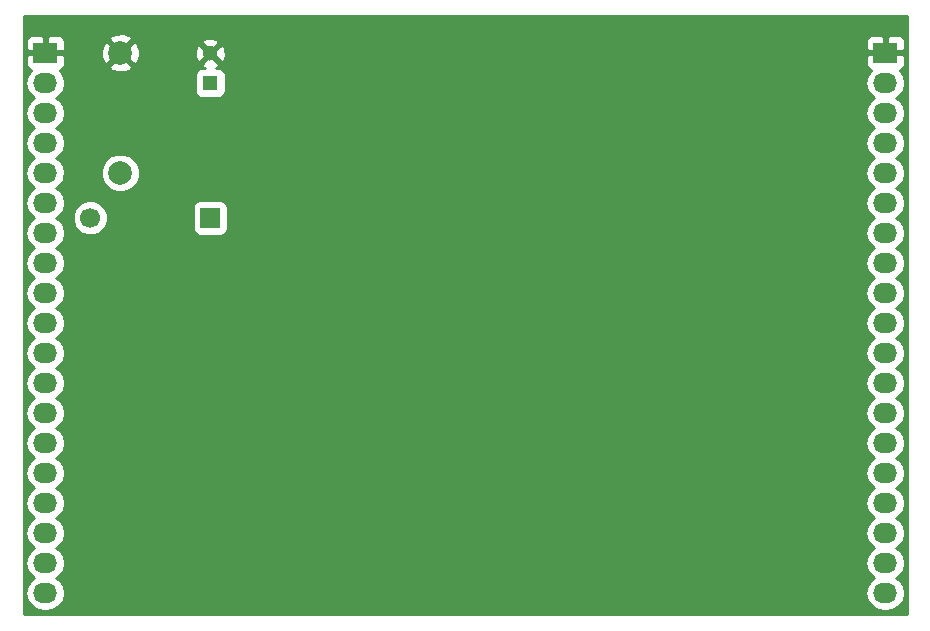
<source format=gbr>
G04 #@! TF.FileFunction,Copper,L2,Bot,Signal*
%FSLAX46Y46*%
G04 Gerber Fmt 4.6, Leading zero omitted, Abs format (unit mm)*
G04 Created by KiCad (PCBNEW 4.0.3+e1-6302~38~ubuntu16.04.1-stable) date Thu Aug 25 17:11:27 2016*
%MOMM*%
%LPD*%
G01*
G04 APERTURE LIST*
%ADD10C,0.100000*%
%ADD11R,1.300000X1.300000*%
%ADD12C,1.300000*%
%ADD13C,1.998980*%
%ADD14C,1.699260*%
%ADD15R,1.699260X1.699260*%
%ADD16R,2.032000X1.727200*%
%ADD17O,2.032000X1.727200*%
%ADD18C,0.254000*%
G04 APERTURE END LIST*
D10*
D11*
X144780000Y-107950000D03*
D12*
X144780000Y-105450000D03*
D13*
X137160000Y-115570000D03*
X137160000Y-105410000D03*
D14*
X134619480Y-119382540D03*
D15*
X144779480Y-119382540D03*
D16*
X130810000Y-105410000D03*
D17*
X130810000Y-107950000D03*
X130810000Y-110490000D03*
X130810000Y-113030000D03*
X130810000Y-115570000D03*
X130810000Y-118110000D03*
X130810000Y-120650000D03*
X130810000Y-123190000D03*
X130810000Y-125730000D03*
X130810000Y-128270000D03*
X130810000Y-130810000D03*
X130810000Y-133350000D03*
X130810000Y-135890000D03*
X130810000Y-138430000D03*
X130810000Y-140970000D03*
X130810000Y-143510000D03*
X130810000Y-146050000D03*
X130810000Y-148590000D03*
X130810000Y-151130000D03*
D16*
X201930000Y-105410000D03*
D17*
X201930000Y-107950000D03*
X201930000Y-110490000D03*
X201930000Y-113030000D03*
X201930000Y-115570000D03*
X201930000Y-118110000D03*
X201930000Y-120650000D03*
X201930000Y-123190000D03*
X201930000Y-125730000D03*
X201930000Y-128270000D03*
X201930000Y-130810000D03*
X201930000Y-133350000D03*
X201930000Y-135890000D03*
X201930000Y-138430000D03*
X201930000Y-140970000D03*
X201930000Y-143510000D03*
X201930000Y-146050000D03*
X201930000Y-148590000D03*
X201930000Y-151130000D03*
D18*
G36*
X203760000Y-152960000D02*
X128980000Y-152960000D01*
X128980000Y-107950000D01*
X129126655Y-107950000D01*
X129240729Y-108523489D01*
X129565585Y-109009670D01*
X129880366Y-109220000D01*
X129565585Y-109430330D01*
X129240729Y-109916511D01*
X129126655Y-110490000D01*
X129240729Y-111063489D01*
X129565585Y-111549670D01*
X129880366Y-111760000D01*
X129565585Y-111970330D01*
X129240729Y-112456511D01*
X129126655Y-113030000D01*
X129240729Y-113603489D01*
X129565585Y-114089670D01*
X129880366Y-114300000D01*
X129565585Y-114510330D01*
X129240729Y-114996511D01*
X129126655Y-115570000D01*
X129240729Y-116143489D01*
X129565585Y-116629670D01*
X129880366Y-116840000D01*
X129565585Y-117050330D01*
X129240729Y-117536511D01*
X129126655Y-118110000D01*
X129240729Y-118683489D01*
X129565585Y-119169670D01*
X129880366Y-119380000D01*
X129565585Y-119590330D01*
X129240729Y-120076511D01*
X129126655Y-120650000D01*
X129240729Y-121223489D01*
X129565585Y-121709670D01*
X129880366Y-121920000D01*
X129565585Y-122130330D01*
X129240729Y-122616511D01*
X129126655Y-123190000D01*
X129240729Y-123763489D01*
X129565585Y-124249670D01*
X129880366Y-124460000D01*
X129565585Y-124670330D01*
X129240729Y-125156511D01*
X129126655Y-125730000D01*
X129240729Y-126303489D01*
X129565585Y-126789670D01*
X129880366Y-127000000D01*
X129565585Y-127210330D01*
X129240729Y-127696511D01*
X129126655Y-128270000D01*
X129240729Y-128843489D01*
X129565585Y-129329670D01*
X129880366Y-129540000D01*
X129565585Y-129750330D01*
X129240729Y-130236511D01*
X129126655Y-130810000D01*
X129240729Y-131383489D01*
X129565585Y-131869670D01*
X129880366Y-132080000D01*
X129565585Y-132290330D01*
X129240729Y-132776511D01*
X129126655Y-133350000D01*
X129240729Y-133923489D01*
X129565585Y-134409670D01*
X129880366Y-134620000D01*
X129565585Y-134830330D01*
X129240729Y-135316511D01*
X129126655Y-135890000D01*
X129240729Y-136463489D01*
X129565585Y-136949670D01*
X129880366Y-137160000D01*
X129565585Y-137370330D01*
X129240729Y-137856511D01*
X129126655Y-138430000D01*
X129240729Y-139003489D01*
X129565585Y-139489670D01*
X129880366Y-139700000D01*
X129565585Y-139910330D01*
X129240729Y-140396511D01*
X129126655Y-140970000D01*
X129240729Y-141543489D01*
X129565585Y-142029670D01*
X129880366Y-142240000D01*
X129565585Y-142450330D01*
X129240729Y-142936511D01*
X129126655Y-143510000D01*
X129240729Y-144083489D01*
X129565585Y-144569670D01*
X129880366Y-144780000D01*
X129565585Y-144990330D01*
X129240729Y-145476511D01*
X129126655Y-146050000D01*
X129240729Y-146623489D01*
X129565585Y-147109670D01*
X129880366Y-147320000D01*
X129565585Y-147530330D01*
X129240729Y-148016511D01*
X129126655Y-148590000D01*
X129240729Y-149163489D01*
X129565585Y-149649670D01*
X129880366Y-149860000D01*
X129565585Y-150070330D01*
X129240729Y-150556511D01*
X129126655Y-151130000D01*
X129240729Y-151703489D01*
X129565585Y-152189670D01*
X130051766Y-152514526D01*
X130625255Y-152628600D01*
X130994745Y-152628600D01*
X131568234Y-152514526D01*
X132054415Y-152189670D01*
X132379271Y-151703489D01*
X132493345Y-151130000D01*
X132379271Y-150556511D01*
X132054415Y-150070330D01*
X131739634Y-149860000D01*
X132054415Y-149649670D01*
X132379271Y-149163489D01*
X132493345Y-148590000D01*
X132379271Y-148016511D01*
X132054415Y-147530330D01*
X131739634Y-147320000D01*
X132054415Y-147109670D01*
X132379271Y-146623489D01*
X132493345Y-146050000D01*
X132379271Y-145476511D01*
X132054415Y-144990330D01*
X131739634Y-144780000D01*
X132054415Y-144569670D01*
X132379271Y-144083489D01*
X132493345Y-143510000D01*
X132379271Y-142936511D01*
X132054415Y-142450330D01*
X131739634Y-142240000D01*
X132054415Y-142029670D01*
X132379271Y-141543489D01*
X132493345Y-140970000D01*
X132379271Y-140396511D01*
X132054415Y-139910330D01*
X131739634Y-139700000D01*
X132054415Y-139489670D01*
X132379271Y-139003489D01*
X132493345Y-138430000D01*
X132379271Y-137856511D01*
X132054415Y-137370330D01*
X131739634Y-137160000D01*
X132054415Y-136949670D01*
X132379271Y-136463489D01*
X132493345Y-135890000D01*
X132379271Y-135316511D01*
X132054415Y-134830330D01*
X131739634Y-134620000D01*
X132054415Y-134409670D01*
X132379271Y-133923489D01*
X132493345Y-133350000D01*
X132379271Y-132776511D01*
X132054415Y-132290330D01*
X131739634Y-132080000D01*
X132054415Y-131869670D01*
X132379271Y-131383489D01*
X132493345Y-130810000D01*
X132379271Y-130236511D01*
X132054415Y-129750330D01*
X131739634Y-129540000D01*
X132054415Y-129329670D01*
X132379271Y-128843489D01*
X132493345Y-128270000D01*
X132379271Y-127696511D01*
X132054415Y-127210330D01*
X131739634Y-127000000D01*
X132054415Y-126789670D01*
X132379271Y-126303489D01*
X132493345Y-125730000D01*
X132379271Y-125156511D01*
X132054415Y-124670330D01*
X131739634Y-124460000D01*
X132054415Y-124249670D01*
X132379271Y-123763489D01*
X132493345Y-123190000D01*
X132379271Y-122616511D01*
X132054415Y-122130330D01*
X131739634Y-121920000D01*
X132054415Y-121709670D01*
X132379271Y-121223489D01*
X132493345Y-120650000D01*
X132379271Y-120076511D01*
X132112030Y-119676556D01*
X133134592Y-119676556D01*
X133360138Y-120222417D01*
X133777406Y-120640414D01*
X134322873Y-120866912D01*
X134913496Y-120867428D01*
X135459357Y-120641882D01*
X135877354Y-120224614D01*
X136103852Y-119679147D01*
X136104368Y-119088524D01*
X135878822Y-118542663D01*
X135869087Y-118532910D01*
X143282410Y-118532910D01*
X143282410Y-120232170D01*
X143326688Y-120467487D01*
X143465760Y-120683611D01*
X143677960Y-120828601D01*
X143929850Y-120879610D01*
X145629110Y-120879610D01*
X145864427Y-120835332D01*
X146080551Y-120696260D01*
X146225541Y-120484060D01*
X146276550Y-120232170D01*
X146276550Y-118532910D01*
X146232272Y-118297593D01*
X146093200Y-118081469D01*
X145881000Y-117936479D01*
X145629110Y-117885470D01*
X143929850Y-117885470D01*
X143694533Y-117929748D01*
X143478409Y-118068820D01*
X143333419Y-118281020D01*
X143282410Y-118532910D01*
X135869087Y-118532910D01*
X135461554Y-118124666D01*
X134916087Y-117898168D01*
X134325464Y-117897652D01*
X133779603Y-118123198D01*
X133361606Y-118540466D01*
X133135108Y-119085933D01*
X133134592Y-119676556D01*
X132112030Y-119676556D01*
X132054415Y-119590330D01*
X131739634Y-119380000D01*
X132054415Y-119169670D01*
X132379271Y-118683489D01*
X132493345Y-118110000D01*
X132379271Y-117536511D01*
X132054415Y-117050330D01*
X131739634Y-116840000D01*
X132054415Y-116629670D01*
X132379271Y-116143489D01*
X132428958Y-115893694D01*
X135525226Y-115893694D01*
X135773538Y-116494655D01*
X136232927Y-116954846D01*
X136833453Y-117204206D01*
X137483694Y-117204774D01*
X138084655Y-116956462D01*
X138544846Y-116497073D01*
X138794206Y-115896547D01*
X138794774Y-115246306D01*
X138546462Y-114645345D01*
X138087073Y-114185154D01*
X137486547Y-113935794D01*
X136836306Y-113935226D01*
X136235345Y-114183538D01*
X135775154Y-114642927D01*
X135525794Y-115243453D01*
X135525226Y-115893694D01*
X132428958Y-115893694D01*
X132493345Y-115570000D01*
X132379271Y-114996511D01*
X132054415Y-114510330D01*
X131739634Y-114300000D01*
X132054415Y-114089670D01*
X132379271Y-113603489D01*
X132493345Y-113030000D01*
X132379271Y-112456511D01*
X132054415Y-111970330D01*
X131739634Y-111760000D01*
X132054415Y-111549670D01*
X132379271Y-111063489D01*
X132493345Y-110490000D01*
X132379271Y-109916511D01*
X132054415Y-109430330D01*
X131739634Y-109220000D01*
X132054415Y-109009670D01*
X132379271Y-108523489D01*
X132493345Y-107950000D01*
X132379271Y-107376511D01*
X132328148Y-107300000D01*
X143482560Y-107300000D01*
X143482560Y-108600000D01*
X143526838Y-108835317D01*
X143665910Y-109051441D01*
X143878110Y-109196431D01*
X144130000Y-109247440D01*
X145430000Y-109247440D01*
X145665317Y-109203162D01*
X145881441Y-109064090D01*
X146026431Y-108851890D01*
X146077440Y-108600000D01*
X146077440Y-107950000D01*
X200246655Y-107950000D01*
X200360729Y-108523489D01*
X200685585Y-109009670D01*
X201000366Y-109220000D01*
X200685585Y-109430330D01*
X200360729Y-109916511D01*
X200246655Y-110490000D01*
X200360729Y-111063489D01*
X200685585Y-111549670D01*
X201000366Y-111760000D01*
X200685585Y-111970330D01*
X200360729Y-112456511D01*
X200246655Y-113030000D01*
X200360729Y-113603489D01*
X200685585Y-114089670D01*
X201000366Y-114300000D01*
X200685585Y-114510330D01*
X200360729Y-114996511D01*
X200246655Y-115570000D01*
X200360729Y-116143489D01*
X200685585Y-116629670D01*
X201000366Y-116840000D01*
X200685585Y-117050330D01*
X200360729Y-117536511D01*
X200246655Y-118110000D01*
X200360729Y-118683489D01*
X200685585Y-119169670D01*
X201000366Y-119380000D01*
X200685585Y-119590330D01*
X200360729Y-120076511D01*
X200246655Y-120650000D01*
X200360729Y-121223489D01*
X200685585Y-121709670D01*
X201000366Y-121920000D01*
X200685585Y-122130330D01*
X200360729Y-122616511D01*
X200246655Y-123190000D01*
X200360729Y-123763489D01*
X200685585Y-124249670D01*
X201000366Y-124460000D01*
X200685585Y-124670330D01*
X200360729Y-125156511D01*
X200246655Y-125730000D01*
X200360729Y-126303489D01*
X200685585Y-126789670D01*
X201000366Y-127000000D01*
X200685585Y-127210330D01*
X200360729Y-127696511D01*
X200246655Y-128270000D01*
X200360729Y-128843489D01*
X200685585Y-129329670D01*
X201000366Y-129540000D01*
X200685585Y-129750330D01*
X200360729Y-130236511D01*
X200246655Y-130810000D01*
X200360729Y-131383489D01*
X200685585Y-131869670D01*
X201000366Y-132080000D01*
X200685585Y-132290330D01*
X200360729Y-132776511D01*
X200246655Y-133350000D01*
X200360729Y-133923489D01*
X200685585Y-134409670D01*
X201000366Y-134620000D01*
X200685585Y-134830330D01*
X200360729Y-135316511D01*
X200246655Y-135890000D01*
X200360729Y-136463489D01*
X200685585Y-136949670D01*
X201000366Y-137160000D01*
X200685585Y-137370330D01*
X200360729Y-137856511D01*
X200246655Y-138430000D01*
X200360729Y-139003489D01*
X200685585Y-139489670D01*
X201000366Y-139700000D01*
X200685585Y-139910330D01*
X200360729Y-140396511D01*
X200246655Y-140970000D01*
X200360729Y-141543489D01*
X200685585Y-142029670D01*
X201000366Y-142240000D01*
X200685585Y-142450330D01*
X200360729Y-142936511D01*
X200246655Y-143510000D01*
X200360729Y-144083489D01*
X200685585Y-144569670D01*
X201000366Y-144780000D01*
X200685585Y-144990330D01*
X200360729Y-145476511D01*
X200246655Y-146050000D01*
X200360729Y-146623489D01*
X200685585Y-147109670D01*
X201000366Y-147320000D01*
X200685585Y-147530330D01*
X200360729Y-148016511D01*
X200246655Y-148590000D01*
X200360729Y-149163489D01*
X200685585Y-149649670D01*
X201000366Y-149860000D01*
X200685585Y-150070330D01*
X200360729Y-150556511D01*
X200246655Y-151130000D01*
X200360729Y-151703489D01*
X200685585Y-152189670D01*
X201171766Y-152514526D01*
X201745255Y-152628600D01*
X202114745Y-152628600D01*
X202688234Y-152514526D01*
X203174415Y-152189670D01*
X203499271Y-151703489D01*
X203613345Y-151130000D01*
X203499271Y-150556511D01*
X203174415Y-150070330D01*
X202859634Y-149860000D01*
X203174415Y-149649670D01*
X203499271Y-149163489D01*
X203613345Y-148590000D01*
X203499271Y-148016511D01*
X203174415Y-147530330D01*
X202859634Y-147320000D01*
X203174415Y-147109670D01*
X203499271Y-146623489D01*
X203613345Y-146050000D01*
X203499271Y-145476511D01*
X203174415Y-144990330D01*
X202859634Y-144780000D01*
X203174415Y-144569670D01*
X203499271Y-144083489D01*
X203613345Y-143510000D01*
X203499271Y-142936511D01*
X203174415Y-142450330D01*
X202859634Y-142240000D01*
X203174415Y-142029670D01*
X203499271Y-141543489D01*
X203613345Y-140970000D01*
X203499271Y-140396511D01*
X203174415Y-139910330D01*
X202859634Y-139700000D01*
X203174415Y-139489670D01*
X203499271Y-139003489D01*
X203613345Y-138430000D01*
X203499271Y-137856511D01*
X203174415Y-137370330D01*
X202859634Y-137160000D01*
X203174415Y-136949670D01*
X203499271Y-136463489D01*
X203613345Y-135890000D01*
X203499271Y-135316511D01*
X203174415Y-134830330D01*
X202859634Y-134620000D01*
X203174415Y-134409670D01*
X203499271Y-133923489D01*
X203613345Y-133350000D01*
X203499271Y-132776511D01*
X203174415Y-132290330D01*
X202859634Y-132080000D01*
X203174415Y-131869670D01*
X203499271Y-131383489D01*
X203613345Y-130810000D01*
X203499271Y-130236511D01*
X203174415Y-129750330D01*
X202859634Y-129540000D01*
X203174415Y-129329670D01*
X203499271Y-128843489D01*
X203613345Y-128270000D01*
X203499271Y-127696511D01*
X203174415Y-127210330D01*
X202859634Y-127000000D01*
X203174415Y-126789670D01*
X203499271Y-126303489D01*
X203613345Y-125730000D01*
X203499271Y-125156511D01*
X203174415Y-124670330D01*
X202859634Y-124460000D01*
X203174415Y-124249670D01*
X203499271Y-123763489D01*
X203613345Y-123190000D01*
X203499271Y-122616511D01*
X203174415Y-122130330D01*
X202859634Y-121920000D01*
X203174415Y-121709670D01*
X203499271Y-121223489D01*
X203613345Y-120650000D01*
X203499271Y-120076511D01*
X203174415Y-119590330D01*
X202859634Y-119380000D01*
X203174415Y-119169670D01*
X203499271Y-118683489D01*
X203613345Y-118110000D01*
X203499271Y-117536511D01*
X203174415Y-117050330D01*
X202859634Y-116840000D01*
X203174415Y-116629670D01*
X203499271Y-116143489D01*
X203613345Y-115570000D01*
X203499271Y-114996511D01*
X203174415Y-114510330D01*
X202859634Y-114300000D01*
X203174415Y-114089670D01*
X203499271Y-113603489D01*
X203613345Y-113030000D01*
X203499271Y-112456511D01*
X203174415Y-111970330D01*
X202859634Y-111760000D01*
X203174415Y-111549670D01*
X203499271Y-111063489D01*
X203613345Y-110490000D01*
X203499271Y-109916511D01*
X203174415Y-109430330D01*
X202859634Y-109220000D01*
X203174415Y-109009670D01*
X203499271Y-108523489D01*
X203613345Y-107950000D01*
X203499271Y-107376511D01*
X203174415Y-106890330D01*
X203152220Y-106875500D01*
X203305699Y-106811927D01*
X203484327Y-106633298D01*
X203581000Y-106399909D01*
X203581000Y-105695750D01*
X203422250Y-105537000D01*
X202057000Y-105537000D01*
X202057000Y-105557000D01*
X201803000Y-105557000D01*
X201803000Y-105537000D01*
X200437750Y-105537000D01*
X200279000Y-105695750D01*
X200279000Y-106399909D01*
X200375673Y-106633298D01*
X200554301Y-106811927D01*
X200707780Y-106875500D01*
X200685585Y-106890330D01*
X200360729Y-107376511D01*
X200246655Y-107950000D01*
X146077440Y-107950000D01*
X146077440Y-107300000D01*
X146033162Y-107064683D01*
X145894090Y-106848559D01*
X145681890Y-106703569D01*
X145430000Y-106652560D01*
X145267615Y-106652560D01*
X145443729Y-106579611D01*
X145499410Y-106349016D01*
X144780000Y-105629605D01*
X144060590Y-106349016D01*
X144116271Y-106579611D01*
X144325902Y-106652560D01*
X144130000Y-106652560D01*
X143894683Y-106696838D01*
X143678559Y-106835910D01*
X143533569Y-107048110D01*
X143482560Y-107300000D01*
X132328148Y-107300000D01*
X132054415Y-106890330D01*
X132032220Y-106875500D01*
X132185699Y-106811927D01*
X132364327Y-106633298D01*
X132393792Y-106562163D01*
X136187443Y-106562163D01*
X136286042Y-106828965D01*
X136895582Y-107055401D01*
X137545377Y-107031341D01*
X138033958Y-106828965D01*
X138132557Y-106562163D01*
X137160000Y-105589605D01*
X136187443Y-106562163D01*
X132393792Y-106562163D01*
X132461000Y-106399909D01*
X132461000Y-105695750D01*
X132302250Y-105537000D01*
X130937000Y-105537000D01*
X130937000Y-105557000D01*
X130683000Y-105557000D01*
X130683000Y-105537000D01*
X129317750Y-105537000D01*
X129159000Y-105695750D01*
X129159000Y-106399909D01*
X129255673Y-106633298D01*
X129434301Y-106811927D01*
X129587780Y-106875500D01*
X129565585Y-106890330D01*
X129240729Y-107376511D01*
X129126655Y-107950000D01*
X128980000Y-107950000D01*
X128980000Y-104420091D01*
X129159000Y-104420091D01*
X129159000Y-105124250D01*
X129317750Y-105283000D01*
X130683000Y-105283000D01*
X130683000Y-104070150D01*
X130937000Y-104070150D01*
X130937000Y-105283000D01*
X132302250Y-105283000D01*
X132439668Y-105145582D01*
X135514599Y-105145582D01*
X135538659Y-105795377D01*
X135741035Y-106283958D01*
X136007837Y-106382557D01*
X136980395Y-105410000D01*
X137339605Y-105410000D01*
X138312163Y-106382557D01*
X138578965Y-106283958D01*
X138805401Y-105674418D01*
X138790393Y-105269078D01*
X143482378Y-105269078D01*
X143511917Y-105779428D01*
X143650389Y-106113729D01*
X143880984Y-106169410D01*
X144600395Y-105450000D01*
X144959605Y-105450000D01*
X145679016Y-106169410D01*
X145909611Y-106113729D01*
X146077622Y-105630922D01*
X146048083Y-105120572D01*
X145909611Y-104786271D01*
X145679016Y-104730590D01*
X144959605Y-105450000D01*
X144600395Y-105450000D01*
X143880984Y-104730590D01*
X143650389Y-104786271D01*
X143482378Y-105269078D01*
X138790393Y-105269078D01*
X138781341Y-105024623D01*
X138585155Y-104550984D01*
X144060590Y-104550984D01*
X144780000Y-105270395D01*
X145499410Y-104550984D01*
X145467804Y-104420091D01*
X200279000Y-104420091D01*
X200279000Y-105124250D01*
X200437750Y-105283000D01*
X201803000Y-105283000D01*
X201803000Y-104070150D01*
X202057000Y-104070150D01*
X202057000Y-105283000D01*
X203422250Y-105283000D01*
X203581000Y-105124250D01*
X203581000Y-104420091D01*
X203484327Y-104186702D01*
X203305699Y-104008073D01*
X203072310Y-103911400D01*
X202215750Y-103911400D01*
X202057000Y-104070150D01*
X201803000Y-104070150D01*
X201644250Y-103911400D01*
X200787690Y-103911400D01*
X200554301Y-104008073D01*
X200375673Y-104186702D01*
X200279000Y-104420091D01*
X145467804Y-104420091D01*
X145443729Y-104320389D01*
X144960922Y-104152378D01*
X144450572Y-104181917D01*
X144116271Y-104320389D01*
X144060590Y-104550984D01*
X138585155Y-104550984D01*
X138578965Y-104536042D01*
X138312163Y-104437443D01*
X137339605Y-105410000D01*
X136980395Y-105410000D01*
X136007837Y-104437443D01*
X135741035Y-104536042D01*
X135514599Y-105145582D01*
X132439668Y-105145582D01*
X132461000Y-105124250D01*
X132461000Y-104420091D01*
X132393793Y-104257837D01*
X136187443Y-104257837D01*
X137160000Y-105230395D01*
X138132557Y-104257837D01*
X138033958Y-103991035D01*
X137424418Y-103764599D01*
X136774623Y-103788659D01*
X136286042Y-103991035D01*
X136187443Y-104257837D01*
X132393793Y-104257837D01*
X132364327Y-104186702D01*
X132185699Y-104008073D01*
X131952310Y-103911400D01*
X131095750Y-103911400D01*
X130937000Y-104070150D01*
X130683000Y-104070150D01*
X130524250Y-103911400D01*
X129667690Y-103911400D01*
X129434301Y-104008073D01*
X129255673Y-104186702D01*
X129159000Y-104420091D01*
X128980000Y-104420091D01*
X128980000Y-102310000D01*
X203760000Y-102310000D01*
X203760000Y-152960000D01*
X203760000Y-152960000D01*
G37*
X203760000Y-152960000D02*
X128980000Y-152960000D01*
X128980000Y-107950000D01*
X129126655Y-107950000D01*
X129240729Y-108523489D01*
X129565585Y-109009670D01*
X129880366Y-109220000D01*
X129565585Y-109430330D01*
X129240729Y-109916511D01*
X129126655Y-110490000D01*
X129240729Y-111063489D01*
X129565585Y-111549670D01*
X129880366Y-111760000D01*
X129565585Y-111970330D01*
X129240729Y-112456511D01*
X129126655Y-113030000D01*
X129240729Y-113603489D01*
X129565585Y-114089670D01*
X129880366Y-114300000D01*
X129565585Y-114510330D01*
X129240729Y-114996511D01*
X129126655Y-115570000D01*
X129240729Y-116143489D01*
X129565585Y-116629670D01*
X129880366Y-116840000D01*
X129565585Y-117050330D01*
X129240729Y-117536511D01*
X129126655Y-118110000D01*
X129240729Y-118683489D01*
X129565585Y-119169670D01*
X129880366Y-119380000D01*
X129565585Y-119590330D01*
X129240729Y-120076511D01*
X129126655Y-120650000D01*
X129240729Y-121223489D01*
X129565585Y-121709670D01*
X129880366Y-121920000D01*
X129565585Y-122130330D01*
X129240729Y-122616511D01*
X129126655Y-123190000D01*
X129240729Y-123763489D01*
X129565585Y-124249670D01*
X129880366Y-124460000D01*
X129565585Y-124670330D01*
X129240729Y-125156511D01*
X129126655Y-125730000D01*
X129240729Y-126303489D01*
X129565585Y-126789670D01*
X129880366Y-127000000D01*
X129565585Y-127210330D01*
X129240729Y-127696511D01*
X129126655Y-128270000D01*
X129240729Y-128843489D01*
X129565585Y-129329670D01*
X129880366Y-129540000D01*
X129565585Y-129750330D01*
X129240729Y-130236511D01*
X129126655Y-130810000D01*
X129240729Y-131383489D01*
X129565585Y-131869670D01*
X129880366Y-132080000D01*
X129565585Y-132290330D01*
X129240729Y-132776511D01*
X129126655Y-133350000D01*
X129240729Y-133923489D01*
X129565585Y-134409670D01*
X129880366Y-134620000D01*
X129565585Y-134830330D01*
X129240729Y-135316511D01*
X129126655Y-135890000D01*
X129240729Y-136463489D01*
X129565585Y-136949670D01*
X129880366Y-137160000D01*
X129565585Y-137370330D01*
X129240729Y-137856511D01*
X129126655Y-138430000D01*
X129240729Y-139003489D01*
X129565585Y-139489670D01*
X129880366Y-139700000D01*
X129565585Y-139910330D01*
X129240729Y-140396511D01*
X129126655Y-140970000D01*
X129240729Y-141543489D01*
X129565585Y-142029670D01*
X129880366Y-142240000D01*
X129565585Y-142450330D01*
X129240729Y-142936511D01*
X129126655Y-143510000D01*
X129240729Y-144083489D01*
X129565585Y-144569670D01*
X129880366Y-144780000D01*
X129565585Y-144990330D01*
X129240729Y-145476511D01*
X129126655Y-146050000D01*
X129240729Y-146623489D01*
X129565585Y-147109670D01*
X129880366Y-147320000D01*
X129565585Y-147530330D01*
X129240729Y-148016511D01*
X129126655Y-148590000D01*
X129240729Y-149163489D01*
X129565585Y-149649670D01*
X129880366Y-149860000D01*
X129565585Y-150070330D01*
X129240729Y-150556511D01*
X129126655Y-151130000D01*
X129240729Y-151703489D01*
X129565585Y-152189670D01*
X130051766Y-152514526D01*
X130625255Y-152628600D01*
X130994745Y-152628600D01*
X131568234Y-152514526D01*
X132054415Y-152189670D01*
X132379271Y-151703489D01*
X132493345Y-151130000D01*
X132379271Y-150556511D01*
X132054415Y-150070330D01*
X131739634Y-149860000D01*
X132054415Y-149649670D01*
X132379271Y-149163489D01*
X132493345Y-148590000D01*
X132379271Y-148016511D01*
X132054415Y-147530330D01*
X131739634Y-147320000D01*
X132054415Y-147109670D01*
X132379271Y-146623489D01*
X132493345Y-146050000D01*
X132379271Y-145476511D01*
X132054415Y-144990330D01*
X131739634Y-144780000D01*
X132054415Y-144569670D01*
X132379271Y-144083489D01*
X132493345Y-143510000D01*
X132379271Y-142936511D01*
X132054415Y-142450330D01*
X131739634Y-142240000D01*
X132054415Y-142029670D01*
X132379271Y-141543489D01*
X132493345Y-140970000D01*
X132379271Y-140396511D01*
X132054415Y-139910330D01*
X131739634Y-139700000D01*
X132054415Y-139489670D01*
X132379271Y-139003489D01*
X132493345Y-138430000D01*
X132379271Y-137856511D01*
X132054415Y-137370330D01*
X131739634Y-137160000D01*
X132054415Y-136949670D01*
X132379271Y-136463489D01*
X132493345Y-135890000D01*
X132379271Y-135316511D01*
X132054415Y-134830330D01*
X131739634Y-134620000D01*
X132054415Y-134409670D01*
X132379271Y-133923489D01*
X132493345Y-133350000D01*
X132379271Y-132776511D01*
X132054415Y-132290330D01*
X131739634Y-132080000D01*
X132054415Y-131869670D01*
X132379271Y-131383489D01*
X132493345Y-130810000D01*
X132379271Y-130236511D01*
X132054415Y-129750330D01*
X131739634Y-129540000D01*
X132054415Y-129329670D01*
X132379271Y-128843489D01*
X132493345Y-128270000D01*
X132379271Y-127696511D01*
X132054415Y-127210330D01*
X131739634Y-127000000D01*
X132054415Y-126789670D01*
X132379271Y-126303489D01*
X132493345Y-125730000D01*
X132379271Y-125156511D01*
X132054415Y-124670330D01*
X131739634Y-124460000D01*
X132054415Y-124249670D01*
X132379271Y-123763489D01*
X132493345Y-123190000D01*
X132379271Y-122616511D01*
X132054415Y-122130330D01*
X131739634Y-121920000D01*
X132054415Y-121709670D01*
X132379271Y-121223489D01*
X132493345Y-120650000D01*
X132379271Y-120076511D01*
X132112030Y-119676556D01*
X133134592Y-119676556D01*
X133360138Y-120222417D01*
X133777406Y-120640414D01*
X134322873Y-120866912D01*
X134913496Y-120867428D01*
X135459357Y-120641882D01*
X135877354Y-120224614D01*
X136103852Y-119679147D01*
X136104368Y-119088524D01*
X135878822Y-118542663D01*
X135869087Y-118532910D01*
X143282410Y-118532910D01*
X143282410Y-120232170D01*
X143326688Y-120467487D01*
X143465760Y-120683611D01*
X143677960Y-120828601D01*
X143929850Y-120879610D01*
X145629110Y-120879610D01*
X145864427Y-120835332D01*
X146080551Y-120696260D01*
X146225541Y-120484060D01*
X146276550Y-120232170D01*
X146276550Y-118532910D01*
X146232272Y-118297593D01*
X146093200Y-118081469D01*
X145881000Y-117936479D01*
X145629110Y-117885470D01*
X143929850Y-117885470D01*
X143694533Y-117929748D01*
X143478409Y-118068820D01*
X143333419Y-118281020D01*
X143282410Y-118532910D01*
X135869087Y-118532910D01*
X135461554Y-118124666D01*
X134916087Y-117898168D01*
X134325464Y-117897652D01*
X133779603Y-118123198D01*
X133361606Y-118540466D01*
X133135108Y-119085933D01*
X133134592Y-119676556D01*
X132112030Y-119676556D01*
X132054415Y-119590330D01*
X131739634Y-119380000D01*
X132054415Y-119169670D01*
X132379271Y-118683489D01*
X132493345Y-118110000D01*
X132379271Y-117536511D01*
X132054415Y-117050330D01*
X131739634Y-116840000D01*
X132054415Y-116629670D01*
X132379271Y-116143489D01*
X132428958Y-115893694D01*
X135525226Y-115893694D01*
X135773538Y-116494655D01*
X136232927Y-116954846D01*
X136833453Y-117204206D01*
X137483694Y-117204774D01*
X138084655Y-116956462D01*
X138544846Y-116497073D01*
X138794206Y-115896547D01*
X138794774Y-115246306D01*
X138546462Y-114645345D01*
X138087073Y-114185154D01*
X137486547Y-113935794D01*
X136836306Y-113935226D01*
X136235345Y-114183538D01*
X135775154Y-114642927D01*
X135525794Y-115243453D01*
X135525226Y-115893694D01*
X132428958Y-115893694D01*
X132493345Y-115570000D01*
X132379271Y-114996511D01*
X132054415Y-114510330D01*
X131739634Y-114300000D01*
X132054415Y-114089670D01*
X132379271Y-113603489D01*
X132493345Y-113030000D01*
X132379271Y-112456511D01*
X132054415Y-111970330D01*
X131739634Y-111760000D01*
X132054415Y-111549670D01*
X132379271Y-111063489D01*
X132493345Y-110490000D01*
X132379271Y-109916511D01*
X132054415Y-109430330D01*
X131739634Y-109220000D01*
X132054415Y-109009670D01*
X132379271Y-108523489D01*
X132493345Y-107950000D01*
X132379271Y-107376511D01*
X132328148Y-107300000D01*
X143482560Y-107300000D01*
X143482560Y-108600000D01*
X143526838Y-108835317D01*
X143665910Y-109051441D01*
X143878110Y-109196431D01*
X144130000Y-109247440D01*
X145430000Y-109247440D01*
X145665317Y-109203162D01*
X145881441Y-109064090D01*
X146026431Y-108851890D01*
X146077440Y-108600000D01*
X146077440Y-107950000D01*
X200246655Y-107950000D01*
X200360729Y-108523489D01*
X200685585Y-109009670D01*
X201000366Y-109220000D01*
X200685585Y-109430330D01*
X200360729Y-109916511D01*
X200246655Y-110490000D01*
X200360729Y-111063489D01*
X200685585Y-111549670D01*
X201000366Y-111760000D01*
X200685585Y-111970330D01*
X200360729Y-112456511D01*
X200246655Y-113030000D01*
X200360729Y-113603489D01*
X200685585Y-114089670D01*
X201000366Y-114300000D01*
X200685585Y-114510330D01*
X200360729Y-114996511D01*
X200246655Y-115570000D01*
X200360729Y-116143489D01*
X200685585Y-116629670D01*
X201000366Y-116840000D01*
X200685585Y-117050330D01*
X200360729Y-117536511D01*
X200246655Y-118110000D01*
X200360729Y-118683489D01*
X200685585Y-119169670D01*
X201000366Y-119380000D01*
X200685585Y-119590330D01*
X200360729Y-120076511D01*
X200246655Y-120650000D01*
X200360729Y-121223489D01*
X200685585Y-121709670D01*
X201000366Y-121920000D01*
X200685585Y-122130330D01*
X200360729Y-122616511D01*
X200246655Y-123190000D01*
X200360729Y-123763489D01*
X200685585Y-124249670D01*
X201000366Y-124460000D01*
X200685585Y-124670330D01*
X200360729Y-125156511D01*
X200246655Y-125730000D01*
X200360729Y-126303489D01*
X200685585Y-126789670D01*
X201000366Y-127000000D01*
X200685585Y-127210330D01*
X200360729Y-127696511D01*
X200246655Y-128270000D01*
X200360729Y-128843489D01*
X200685585Y-129329670D01*
X201000366Y-129540000D01*
X200685585Y-129750330D01*
X200360729Y-130236511D01*
X200246655Y-130810000D01*
X200360729Y-131383489D01*
X200685585Y-131869670D01*
X201000366Y-132080000D01*
X200685585Y-132290330D01*
X200360729Y-132776511D01*
X200246655Y-133350000D01*
X200360729Y-133923489D01*
X200685585Y-134409670D01*
X201000366Y-134620000D01*
X200685585Y-134830330D01*
X200360729Y-135316511D01*
X200246655Y-135890000D01*
X200360729Y-136463489D01*
X200685585Y-136949670D01*
X201000366Y-137160000D01*
X200685585Y-137370330D01*
X200360729Y-137856511D01*
X200246655Y-138430000D01*
X200360729Y-139003489D01*
X200685585Y-139489670D01*
X201000366Y-139700000D01*
X200685585Y-139910330D01*
X200360729Y-140396511D01*
X200246655Y-140970000D01*
X200360729Y-141543489D01*
X200685585Y-142029670D01*
X201000366Y-142240000D01*
X200685585Y-142450330D01*
X200360729Y-142936511D01*
X200246655Y-143510000D01*
X200360729Y-144083489D01*
X200685585Y-144569670D01*
X201000366Y-144780000D01*
X200685585Y-144990330D01*
X200360729Y-145476511D01*
X200246655Y-146050000D01*
X200360729Y-146623489D01*
X200685585Y-147109670D01*
X201000366Y-147320000D01*
X200685585Y-147530330D01*
X200360729Y-148016511D01*
X200246655Y-148590000D01*
X200360729Y-149163489D01*
X200685585Y-149649670D01*
X201000366Y-149860000D01*
X200685585Y-150070330D01*
X200360729Y-150556511D01*
X200246655Y-151130000D01*
X200360729Y-151703489D01*
X200685585Y-152189670D01*
X201171766Y-152514526D01*
X201745255Y-152628600D01*
X202114745Y-152628600D01*
X202688234Y-152514526D01*
X203174415Y-152189670D01*
X203499271Y-151703489D01*
X203613345Y-151130000D01*
X203499271Y-150556511D01*
X203174415Y-150070330D01*
X202859634Y-149860000D01*
X203174415Y-149649670D01*
X203499271Y-149163489D01*
X203613345Y-148590000D01*
X203499271Y-148016511D01*
X203174415Y-147530330D01*
X202859634Y-147320000D01*
X203174415Y-147109670D01*
X203499271Y-146623489D01*
X203613345Y-146050000D01*
X203499271Y-145476511D01*
X203174415Y-144990330D01*
X202859634Y-144780000D01*
X203174415Y-144569670D01*
X203499271Y-144083489D01*
X203613345Y-143510000D01*
X203499271Y-142936511D01*
X203174415Y-142450330D01*
X202859634Y-142240000D01*
X203174415Y-142029670D01*
X203499271Y-141543489D01*
X203613345Y-140970000D01*
X203499271Y-140396511D01*
X203174415Y-139910330D01*
X202859634Y-139700000D01*
X203174415Y-139489670D01*
X203499271Y-139003489D01*
X203613345Y-138430000D01*
X203499271Y-137856511D01*
X203174415Y-137370330D01*
X202859634Y-137160000D01*
X203174415Y-136949670D01*
X203499271Y-136463489D01*
X203613345Y-135890000D01*
X203499271Y-135316511D01*
X203174415Y-134830330D01*
X202859634Y-134620000D01*
X203174415Y-134409670D01*
X203499271Y-133923489D01*
X203613345Y-133350000D01*
X203499271Y-132776511D01*
X203174415Y-132290330D01*
X202859634Y-132080000D01*
X203174415Y-131869670D01*
X203499271Y-131383489D01*
X203613345Y-130810000D01*
X203499271Y-130236511D01*
X203174415Y-129750330D01*
X202859634Y-129540000D01*
X203174415Y-129329670D01*
X203499271Y-128843489D01*
X203613345Y-128270000D01*
X203499271Y-127696511D01*
X203174415Y-127210330D01*
X202859634Y-127000000D01*
X203174415Y-126789670D01*
X203499271Y-126303489D01*
X203613345Y-125730000D01*
X203499271Y-125156511D01*
X203174415Y-124670330D01*
X202859634Y-124460000D01*
X203174415Y-124249670D01*
X203499271Y-123763489D01*
X203613345Y-123190000D01*
X203499271Y-122616511D01*
X203174415Y-122130330D01*
X202859634Y-121920000D01*
X203174415Y-121709670D01*
X203499271Y-121223489D01*
X203613345Y-120650000D01*
X203499271Y-120076511D01*
X203174415Y-119590330D01*
X202859634Y-119380000D01*
X203174415Y-119169670D01*
X203499271Y-118683489D01*
X203613345Y-118110000D01*
X203499271Y-117536511D01*
X203174415Y-117050330D01*
X202859634Y-116840000D01*
X203174415Y-116629670D01*
X203499271Y-116143489D01*
X203613345Y-115570000D01*
X203499271Y-114996511D01*
X203174415Y-114510330D01*
X202859634Y-114300000D01*
X203174415Y-114089670D01*
X203499271Y-113603489D01*
X203613345Y-113030000D01*
X203499271Y-112456511D01*
X203174415Y-111970330D01*
X202859634Y-111760000D01*
X203174415Y-111549670D01*
X203499271Y-111063489D01*
X203613345Y-110490000D01*
X203499271Y-109916511D01*
X203174415Y-109430330D01*
X202859634Y-109220000D01*
X203174415Y-109009670D01*
X203499271Y-108523489D01*
X203613345Y-107950000D01*
X203499271Y-107376511D01*
X203174415Y-106890330D01*
X203152220Y-106875500D01*
X203305699Y-106811927D01*
X203484327Y-106633298D01*
X203581000Y-106399909D01*
X203581000Y-105695750D01*
X203422250Y-105537000D01*
X202057000Y-105537000D01*
X202057000Y-105557000D01*
X201803000Y-105557000D01*
X201803000Y-105537000D01*
X200437750Y-105537000D01*
X200279000Y-105695750D01*
X200279000Y-106399909D01*
X200375673Y-106633298D01*
X200554301Y-106811927D01*
X200707780Y-106875500D01*
X200685585Y-106890330D01*
X200360729Y-107376511D01*
X200246655Y-107950000D01*
X146077440Y-107950000D01*
X146077440Y-107300000D01*
X146033162Y-107064683D01*
X145894090Y-106848559D01*
X145681890Y-106703569D01*
X145430000Y-106652560D01*
X145267615Y-106652560D01*
X145443729Y-106579611D01*
X145499410Y-106349016D01*
X144780000Y-105629605D01*
X144060590Y-106349016D01*
X144116271Y-106579611D01*
X144325902Y-106652560D01*
X144130000Y-106652560D01*
X143894683Y-106696838D01*
X143678559Y-106835910D01*
X143533569Y-107048110D01*
X143482560Y-107300000D01*
X132328148Y-107300000D01*
X132054415Y-106890330D01*
X132032220Y-106875500D01*
X132185699Y-106811927D01*
X132364327Y-106633298D01*
X132393792Y-106562163D01*
X136187443Y-106562163D01*
X136286042Y-106828965D01*
X136895582Y-107055401D01*
X137545377Y-107031341D01*
X138033958Y-106828965D01*
X138132557Y-106562163D01*
X137160000Y-105589605D01*
X136187443Y-106562163D01*
X132393792Y-106562163D01*
X132461000Y-106399909D01*
X132461000Y-105695750D01*
X132302250Y-105537000D01*
X130937000Y-105537000D01*
X130937000Y-105557000D01*
X130683000Y-105557000D01*
X130683000Y-105537000D01*
X129317750Y-105537000D01*
X129159000Y-105695750D01*
X129159000Y-106399909D01*
X129255673Y-106633298D01*
X129434301Y-106811927D01*
X129587780Y-106875500D01*
X129565585Y-106890330D01*
X129240729Y-107376511D01*
X129126655Y-107950000D01*
X128980000Y-107950000D01*
X128980000Y-104420091D01*
X129159000Y-104420091D01*
X129159000Y-105124250D01*
X129317750Y-105283000D01*
X130683000Y-105283000D01*
X130683000Y-104070150D01*
X130937000Y-104070150D01*
X130937000Y-105283000D01*
X132302250Y-105283000D01*
X132439668Y-105145582D01*
X135514599Y-105145582D01*
X135538659Y-105795377D01*
X135741035Y-106283958D01*
X136007837Y-106382557D01*
X136980395Y-105410000D01*
X137339605Y-105410000D01*
X138312163Y-106382557D01*
X138578965Y-106283958D01*
X138805401Y-105674418D01*
X138790393Y-105269078D01*
X143482378Y-105269078D01*
X143511917Y-105779428D01*
X143650389Y-106113729D01*
X143880984Y-106169410D01*
X144600395Y-105450000D01*
X144959605Y-105450000D01*
X145679016Y-106169410D01*
X145909611Y-106113729D01*
X146077622Y-105630922D01*
X146048083Y-105120572D01*
X145909611Y-104786271D01*
X145679016Y-104730590D01*
X144959605Y-105450000D01*
X144600395Y-105450000D01*
X143880984Y-104730590D01*
X143650389Y-104786271D01*
X143482378Y-105269078D01*
X138790393Y-105269078D01*
X138781341Y-105024623D01*
X138585155Y-104550984D01*
X144060590Y-104550984D01*
X144780000Y-105270395D01*
X145499410Y-104550984D01*
X145467804Y-104420091D01*
X200279000Y-104420091D01*
X200279000Y-105124250D01*
X200437750Y-105283000D01*
X201803000Y-105283000D01*
X201803000Y-104070150D01*
X202057000Y-104070150D01*
X202057000Y-105283000D01*
X203422250Y-105283000D01*
X203581000Y-105124250D01*
X203581000Y-104420091D01*
X203484327Y-104186702D01*
X203305699Y-104008073D01*
X203072310Y-103911400D01*
X202215750Y-103911400D01*
X202057000Y-104070150D01*
X201803000Y-104070150D01*
X201644250Y-103911400D01*
X200787690Y-103911400D01*
X200554301Y-104008073D01*
X200375673Y-104186702D01*
X200279000Y-104420091D01*
X145467804Y-104420091D01*
X145443729Y-104320389D01*
X144960922Y-104152378D01*
X144450572Y-104181917D01*
X144116271Y-104320389D01*
X144060590Y-104550984D01*
X138585155Y-104550984D01*
X138578965Y-104536042D01*
X138312163Y-104437443D01*
X137339605Y-105410000D01*
X136980395Y-105410000D01*
X136007837Y-104437443D01*
X135741035Y-104536042D01*
X135514599Y-105145582D01*
X132439668Y-105145582D01*
X132461000Y-105124250D01*
X132461000Y-104420091D01*
X132393793Y-104257837D01*
X136187443Y-104257837D01*
X137160000Y-105230395D01*
X138132557Y-104257837D01*
X138033958Y-103991035D01*
X137424418Y-103764599D01*
X136774623Y-103788659D01*
X136286042Y-103991035D01*
X136187443Y-104257837D01*
X132393793Y-104257837D01*
X132364327Y-104186702D01*
X132185699Y-104008073D01*
X131952310Y-103911400D01*
X131095750Y-103911400D01*
X130937000Y-104070150D01*
X130683000Y-104070150D01*
X130524250Y-103911400D01*
X129667690Y-103911400D01*
X129434301Y-104008073D01*
X129255673Y-104186702D01*
X129159000Y-104420091D01*
X128980000Y-104420091D01*
X128980000Y-102310000D01*
X203760000Y-102310000D01*
X203760000Y-152960000D01*
M02*

</source>
